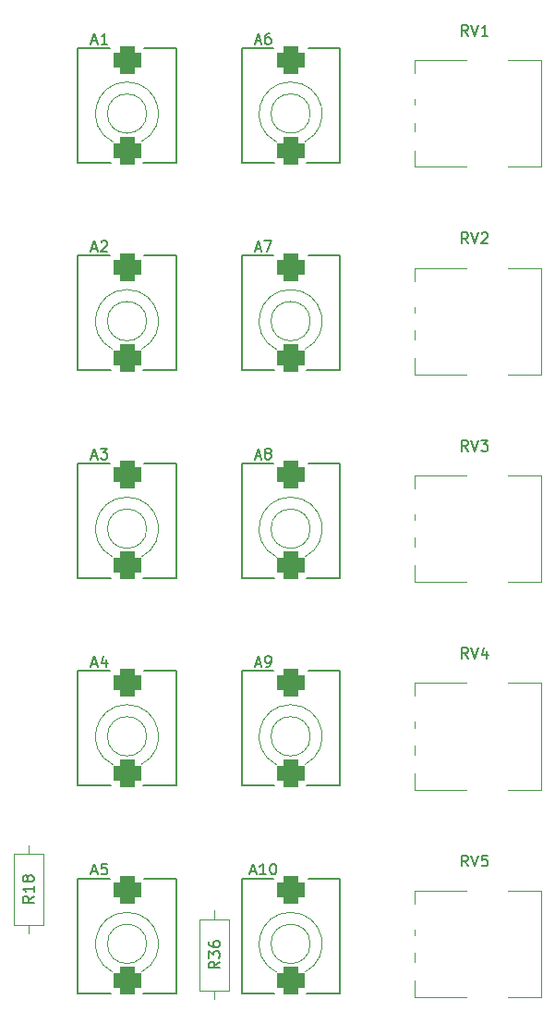
<source format=gto>
G04 #@! TF.GenerationSoftware,KiCad,Pcbnew,(6.0.4)*
G04 #@! TF.CreationDate,2023-11-12T14:02:13+01:00*
G04 #@! TF.ProjectId,Mixer_FRONT,4d697865-725f-4465-924f-4e542e6b6963,rev?*
G04 #@! TF.SameCoordinates,Original*
G04 #@! TF.FileFunction,Legend,Top*
G04 #@! TF.FilePolarity,Positive*
%FSLAX46Y46*%
G04 Gerber Fmt 4.6, Leading zero omitted, Abs format (unit mm)*
G04 Created by KiCad (PCBNEW (6.0.4)) date 2023-11-12 14:02:13*
%MOMM*%
%LPD*%
G01*
G04 APERTURE LIST*
G04 Aperture macros list*
%AMRoundRect*
0 Rectangle with rounded corners*
0 $1 Rounding radius*
0 $2 $3 $4 $5 $6 $7 $8 $9 X,Y pos of 4 corners*
0 Add a 4 corners polygon primitive as box body*
4,1,4,$2,$3,$4,$5,$6,$7,$8,$9,$2,$3,0*
0 Add four circle primitives for the rounded corners*
1,1,$1+$1,$2,$3*
1,1,$1+$1,$4,$5*
1,1,$1+$1,$6,$7*
1,1,$1+$1,$8,$9*
0 Add four rect primitives between the rounded corners*
20,1,$1+$1,$2,$3,$4,$5,0*
20,1,$1+$1,$4,$5,$6,$7,0*
20,1,$1+$1,$6,$7,$8,$9,0*
20,1,$1+$1,$8,$9,$2,$3,0*%
G04 Aperture macros list end*
%ADD10C,0.150000*%
%ADD11C,0.120000*%
%ADD12C,0.200000*%
%ADD13O,3.240000X2.720000*%
%ADD14R,1.800000X1.800000*%
%ADD15C,1.800000*%
%ADD16O,3.100000X2.300000*%
%ADD17RoundRect,0.650000X-0.650000X-0.650000X0.650000X-0.650000X0.650000X0.650000X-0.650000X0.650000X0*%
%ADD18C,3.200000*%
%ADD19C,1.600000*%
%ADD20O,1.600000X1.600000*%
%ADD21R,1.700000X1.700000*%
%ADD22O,1.700000X1.700000*%
G04 APERTURE END LIST*
D10*
X66279761Y-128892380D02*
X65946428Y-128416190D01*
X65708333Y-128892380D02*
X65708333Y-127892380D01*
X66089285Y-127892380D01*
X66184523Y-127940000D01*
X66232142Y-127987619D01*
X66279761Y-128082857D01*
X66279761Y-128225714D01*
X66232142Y-128320952D01*
X66184523Y-128368571D01*
X66089285Y-128416190D01*
X65708333Y-128416190D01*
X66565476Y-127892380D02*
X66898809Y-128892380D01*
X67232142Y-127892380D01*
X68041666Y-127892380D02*
X67565476Y-127892380D01*
X67517857Y-128368571D01*
X67565476Y-128320952D01*
X67660714Y-128273333D01*
X67898809Y-128273333D01*
X67994047Y-128320952D01*
X68041666Y-128368571D01*
X68089285Y-128463809D01*
X68089285Y-128701904D01*
X68041666Y-128797142D01*
X67994047Y-128844761D01*
X67898809Y-128892380D01*
X67660714Y-128892380D01*
X67565476Y-128844761D01*
X67517857Y-128797142D01*
X66279761Y-52892380D02*
X65946428Y-52416190D01*
X65708333Y-52892380D02*
X65708333Y-51892380D01*
X66089285Y-51892380D01*
X66184523Y-51940000D01*
X66232142Y-51987619D01*
X66279761Y-52082857D01*
X66279761Y-52225714D01*
X66232142Y-52320952D01*
X66184523Y-52368571D01*
X66089285Y-52416190D01*
X65708333Y-52416190D01*
X66565476Y-51892380D02*
X66898809Y-52892380D01*
X67232142Y-51892380D01*
X68089285Y-52892380D02*
X67517857Y-52892380D01*
X67803571Y-52892380D02*
X67803571Y-51892380D01*
X67708333Y-52035238D01*
X67613095Y-52130476D01*
X67517857Y-52178095D01*
X31785714Y-53366666D02*
X32261904Y-53366666D01*
X31690476Y-53652380D02*
X32023809Y-52652380D01*
X32357142Y-53652380D01*
X33214285Y-53652380D02*
X32642857Y-53652380D01*
X32928571Y-53652380D02*
X32928571Y-52652380D01*
X32833333Y-52795238D01*
X32738095Y-52890476D01*
X32642857Y-52938095D01*
X46785714Y-91366666D02*
X47261904Y-91366666D01*
X46690476Y-91652380D02*
X47023809Y-90652380D01*
X47357142Y-91652380D01*
X47833333Y-91080952D02*
X47738095Y-91033333D01*
X47690476Y-90985714D01*
X47642857Y-90890476D01*
X47642857Y-90842857D01*
X47690476Y-90747619D01*
X47738095Y-90700000D01*
X47833333Y-90652380D01*
X48023809Y-90652380D01*
X48119047Y-90700000D01*
X48166666Y-90747619D01*
X48214285Y-90842857D01*
X48214285Y-90890476D01*
X48166666Y-90985714D01*
X48119047Y-91033333D01*
X48023809Y-91080952D01*
X47833333Y-91080952D01*
X47738095Y-91128571D01*
X47690476Y-91176190D01*
X47642857Y-91271428D01*
X47642857Y-91461904D01*
X47690476Y-91557142D01*
X47738095Y-91604761D01*
X47833333Y-91652380D01*
X48023809Y-91652380D01*
X48119047Y-91604761D01*
X48166666Y-91557142D01*
X48214285Y-91461904D01*
X48214285Y-91271428D01*
X48166666Y-91176190D01*
X48119047Y-91128571D01*
X48023809Y-91080952D01*
X31785714Y-110366666D02*
X32261904Y-110366666D01*
X31690476Y-110652380D02*
X32023809Y-109652380D01*
X32357142Y-110652380D01*
X33119047Y-109985714D02*
X33119047Y-110652380D01*
X32880952Y-109604761D02*
X32642857Y-110319047D01*
X33261904Y-110319047D01*
X46785714Y-72366666D02*
X47261904Y-72366666D01*
X46690476Y-72652380D02*
X47023809Y-71652380D01*
X47357142Y-72652380D01*
X47595238Y-71652380D02*
X48261904Y-71652380D01*
X47833333Y-72652380D01*
X46785714Y-53366666D02*
X47261904Y-53366666D01*
X46690476Y-53652380D02*
X47023809Y-52652380D01*
X47357142Y-53652380D01*
X48119047Y-52652380D02*
X47928571Y-52652380D01*
X47833333Y-52700000D01*
X47785714Y-52747619D01*
X47690476Y-52890476D01*
X47642857Y-53080952D01*
X47642857Y-53461904D01*
X47690476Y-53557142D01*
X47738095Y-53604761D01*
X47833333Y-53652380D01*
X48023809Y-53652380D01*
X48119047Y-53604761D01*
X48166666Y-53557142D01*
X48214285Y-53461904D01*
X48214285Y-53223809D01*
X48166666Y-53128571D01*
X48119047Y-53080952D01*
X48023809Y-53033333D01*
X47833333Y-53033333D01*
X47738095Y-53080952D01*
X47690476Y-53128571D01*
X47642857Y-53223809D01*
X43507507Y-137629769D02*
X43031317Y-137963102D01*
X43507507Y-138201197D02*
X42507507Y-138201197D01*
X42507507Y-137820245D01*
X42555127Y-137725007D01*
X42602746Y-137677388D01*
X42697984Y-137629769D01*
X42840841Y-137629769D01*
X42936079Y-137677388D01*
X42983698Y-137725007D01*
X43031317Y-137820245D01*
X43031317Y-138201197D01*
X42507507Y-137296435D02*
X42507507Y-136677388D01*
X42888460Y-137010721D01*
X42888460Y-136867864D01*
X42936079Y-136772626D01*
X42983698Y-136725007D01*
X43078936Y-136677388D01*
X43317031Y-136677388D01*
X43412269Y-136725007D01*
X43459888Y-136772626D01*
X43507507Y-136867864D01*
X43507507Y-137153578D01*
X43459888Y-137248816D01*
X43412269Y-137296435D01*
X42507507Y-135820245D02*
X42507507Y-136010721D01*
X42555127Y-136105959D01*
X42602746Y-136153578D01*
X42745603Y-136248816D01*
X42936079Y-136296435D01*
X43317031Y-136296435D01*
X43412269Y-136248816D01*
X43459888Y-136201197D01*
X43507507Y-136105959D01*
X43507507Y-135915483D01*
X43459888Y-135820245D01*
X43412269Y-135772626D01*
X43317031Y-135725007D01*
X43078936Y-135725007D01*
X42983698Y-135772626D01*
X42936079Y-135820245D01*
X42888460Y-135915483D01*
X42888460Y-136105959D01*
X42936079Y-136201197D01*
X42983698Y-136248816D01*
X43078936Y-136296435D01*
X46785714Y-110366666D02*
X47261904Y-110366666D01*
X46690476Y-110652380D02*
X47023809Y-109652380D01*
X47357142Y-110652380D01*
X47738095Y-110652380D02*
X47928571Y-110652380D01*
X48023809Y-110604761D01*
X48071428Y-110557142D01*
X48166666Y-110414285D01*
X48214285Y-110223809D01*
X48214285Y-109842857D01*
X48166666Y-109747619D01*
X48119047Y-109700000D01*
X48023809Y-109652380D01*
X47833333Y-109652380D01*
X47738095Y-109700000D01*
X47690476Y-109747619D01*
X47642857Y-109842857D01*
X47642857Y-110080952D01*
X47690476Y-110176190D01*
X47738095Y-110223809D01*
X47833333Y-110271428D01*
X48023809Y-110271428D01*
X48119047Y-110223809D01*
X48166666Y-110176190D01*
X48214285Y-110080952D01*
X31785714Y-91366666D02*
X32261904Y-91366666D01*
X31690476Y-91652380D02*
X32023809Y-90652380D01*
X32357142Y-91652380D01*
X32595238Y-90652380D02*
X33214285Y-90652380D01*
X32880952Y-91033333D01*
X33023809Y-91033333D01*
X33119047Y-91080952D01*
X33166666Y-91128571D01*
X33214285Y-91223809D01*
X33214285Y-91461904D01*
X33166666Y-91557142D01*
X33119047Y-91604761D01*
X33023809Y-91652380D01*
X32738095Y-91652380D01*
X32642857Y-91604761D01*
X32595238Y-91557142D01*
X66279761Y-71892380D02*
X65946428Y-71416190D01*
X65708333Y-71892380D02*
X65708333Y-70892380D01*
X66089285Y-70892380D01*
X66184523Y-70940000D01*
X66232142Y-70987619D01*
X66279761Y-71082857D01*
X66279761Y-71225714D01*
X66232142Y-71320952D01*
X66184523Y-71368571D01*
X66089285Y-71416190D01*
X65708333Y-71416190D01*
X66565476Y-70892380D02*
X66898809Y-71892380D01*
X67232142Y-70892380D01*
X67517857Y-70987619D02*
X67565476Y-70940000D01*
X67660714Y-70892380D01*
X67898809Y-70892380D01*
X67994047Y-70940000D01*
X68041666Y-70987619D01*
X68089285Y-71082857D01*
X68089285Y-71178095D01*
X68041666Y-71320952D01*
X67470238Y-71892380D01*
X68089285Y-71892380D01*
X66279761Y-90892380D02*
X65946428Y-90416190D01*
X65708333Y-90892380D02*
X65708333Y-89892380D01*
X66089285Y-89892380D01*
X66184523Y-89940000D01*
X66232142Y-89987619D01*
X66279761Y-90082857D01*
X66279761Y-90225714D01*
X66232142Y-90320952D01*
X66184523Y-90368571D01*
X66089285Y-90416190D01*
X65708333Y-90416190D01*
X66565476Y-89892380D02*
X66898809Y-90892380D01*
X67232142Y-89892380D01*
X67470238Y-89892380D02*
X68089285Y-89892380D01*
X67755952Y-90273333D01*
X67898809Y-90273333D01*
X67994047Y-90320952D01*
X68041666Y-90368571D01*
X68089285Y-90463809D01*
X68089285Y-90701904D01*
X68041666Y-90797142D01*
X67994047Y-90844761D01*
X67898809Y-90892380D01*
X67613095Y-90892380D01*
X67517857Y-90844761D01*
X67470238Y-90797142D01*
X66279761Y-109892380D02*
X65946428Y-109416190D01*
X65708333Y-109892380D02*
X65708333Y-108892380D01*
X66089285Y-108892380D01*
X66184523Y-108940000D01*
X66232142Y-108987619D01*
X66279761Y-109082857D01*
X66279761Y-109225714D01*
X66232142Y-109320952D01*
X66184523Y-109368571D01*
X66089285Y-109416190D01*
X65708333Y-109416190D01*
X66565476Y-108892380D02*
X66898809Y-109892380D01*
X67232142Y-108892380D01*
X67994047Y-109225714D02*
X67994047Y-109892380D01*
X67755952Y-108844761D02*
X67517857Y-109559047D01*
X68136904Y-109559047D01*
X26452380Y-131642857D02*
X25976190Y-131976190D01*
X26452380Y-132214285D02*
X25452380Y-132214285D01*
X25452380Y-131833333D01*
X25500000Y-131738095D01*
X25547619Y-131690476D01*
X25642857Y-131642857D01*
X25785714Y-131642857D01*
X25880952Y-131690476D01*
X25928571Y-131738095D01*
X25976190Y-131833333D01*
X25976190Y-132214285D01*
X26452380Y-130690476D02*
X26452380Y-131261904D01*
X26452380Y-130976190D02*
X25452380Y-130976190D01*
X25595238Y-131071428D01*
X25690476Y-131166666D01*
X25738095Y-131261904D01*
X25880952Y-130119047D02*
X25833333Y-130214285D01*
X25785714Y-130261904D01*
X25690476Y-130309523D01*
X25642857Y-130309523D01*
X25547619Y-130261904D01*
X25500000Y-130214285D01*
X25452380Y-130119047D01*
X25452380Y-129928571D01*
X25500000Y-129833333D01*
X25547619Y-129785714D01*
X25642857Y-129738095D01*
X25690476Y-129738095D01*
X25785714Y-129785714D01*
X25833333Y-129833333D01*
X25880952Y-129928571D01*
X25880952Y-130119047D01*
X25928571Y-130214285D01*
X25976190Y-130261904D01*
X26071428Y-130309523D01*
X26261904Y-130309523D01*
X26357142Y-130261904D01*
X26404761Y-130214285D01*
X26452380Y-130119047D01*
X26452380Y-129928571D01*
X26404761Y-129833333D01*
X26357142Y-129785714D01*
X26261904Y-129738095D01*
X26071428Y-129738095D01*
X25976190Y-129785714D01*
X25928571Y-129833333D01*
X25880952Y-129928571D01*
X46309523Y-129366666D02*
X46785714Y-129366666D01*
X46214285Y-129652380D02*
X46547619Y-128652380D01*
X46880952Y-129652380D01*
X47738095Y-129652380D02*
X47166666Y-129652380D01*
X47452380Y-129652380D02*
X47452380Y-128652380D01*
X47357142Y-128795238D01*
X47261904Y-128890476D01*
X47166666Y-128938095D01*
X48357142Y-128652380D02*
X48452380Y-128652380D01*
X48547619Y-128700000D01*
X48595238Y-128747619D01*
X48642857Y-128842857D01*
X48690476Y-129033333D01*
X48690476Y-129271428D01*
X48642857Y-129461904D01*
X48595238Y-129557142D01*
X48547619Y-129604761D01*
X48452380Y-129652380D01*
X48357142Y-129652380D01*
X48261904Y-129604761D01*
X48214285Y-129557142D01*
X48166666Y-129461904D01*
X48119047Y-129271428D01*
X48119047Y-129033333D01*
X48166666Y-128842857D01*
X48214285Y-128747619D01*
X48261904Y-128700000D01*
X48357142Y-128652380D01*
X31785714Y-72366666D02*
X32261904Y-72366666D01*
X31690476Y-72652380D02*
X32023809Y-71652380D01*
X32357142Y-72652380D01*
X32642857Y-71747619D02*
X32690476Y-71700000D01*
X32785714Y-71652380D01*
X33023809Y-71652380D01*
X33119047Y-71700000D01*
X33166666Y-71747619D01*
X33214285Y-71842857D01*
X33214285Y-71938095D01*
X33166666Y-72080952D01*
X32595238Y-72652380D01*
X33214285Y-72652380D01*
X31785714Y-129366666D02*
X32261904Y-129366666D01*
X31690476Y-129652380D02*
X32023809Y-128652380D01*
X32357142Y-129652380D01*
X33166666Y-128652380D02*
X32690476Y-128652380D01*
X32642857Y-129128571D01*
X32690476Y-129080952D01*
X32785714Y-129033333D01*
X33023809Y-129033333D01*
X33119047Y-129080952D01*
X33166666Y-129128571D01*
X33214285Y-129223809D01*
X33214285Y-129461904D01*
X33166666Y-129557142D01*
X33119047Y-129604761D01*
X33023809Y-129652380D01*
X32785714Y-129652380D01*
X32690476Y-129604761D01*
X32642857Y-129557142D01*
D11*
X61405000Y-140870000D02*
X66125000Y-140870000D01*
X61405000Y-135210000D02*
X61405000Y-134680000D01*
X72995000Y-140870000D02*
X72995000Y-131130000D01*
X69935000Y-140870000D02*
X72995000Y-140870000D01*
X61405000Y-137660000D02*
X61405000Y-136830000D01*
X61405000Y-140870000D02*
X61405000Y-139380000D01*
X69935000Y-131130000D02*
X72995000Y-131130000D01*
X61405000Y-132310000D02*
X61405000Y-131130000D01*
X61405000Y-131130000D02*
X66125000Y-131130000D01*
X69935000Y-64870000D02*
X72995000Y-64870000D01*
X61405000Y-64870000D02*
X61405000Y-63380000D01*
X72995000Y-64870000D02*
X72995000Y-55130000D01*
X61405000Y-59210000D02*
X61405000Y-58680000D01*
X69935000Y-55130000D02*
X72995000Y-55130000D01*
X61405000Y-61660000D02*
X61405000Y-60830000D01*
X61405000Y-55130000D02*
X66125000Y-55130000D01*
X61405000Y-56310000D02*
X61405000Y-55130000D01*
X61405000Y-64870000D02*
X66125000Y-64870000D01*
D12*
X36500000Y-64500000D02*
X39500000Y-64500000D01*
X30500000Y-54000000D02*
X33400000Y-54000000D01*
X36600000Y-54000000D02*
X39500000Y-54000000D01*
X39500000Y-64500000D02*
X39500000Y-54000000D01*
X30500000Y-64500000D02*
X30500000Y-54000000D01*
X30500000Y-64500000D02*
X33500000Y-64500000D01*
D11*
X35000000Y-57104999D02*
G75*
G03*
X33703737Y-62588577I0J-2895001D01*
G01*
X36296263Y-62588576D02*
G75*
G03*
X35000000Y-57105000I-1296263J2588576D01*
G01*
X36800000Y-60000000D02*
G75*
G03*
X36800000Y-60000000I-1800000J0D01*
G01*
D12*
X45500000Y-92000000D02*
X48400000Y-92000000D01*
X51600000Y-92000000D02*
X54500000Y-92000000D01*
X45500000Y-102500000D02*
X48500000Y-102500000D01*
X45500000Y-102500000D02*
X45500000Y-92000000D01*
X54500000Y-102500000D02*
X54500000Y-92000000D01*
X51500000Y-102500000D02*
X54500000Y-102500000D01*
D11*
X51296263Y-100588576D02*
G75*
G03*
X50000000Y-95105000I-1296263J2588576D01*
G01*
X50000000Y-95104999D02*
G75*
G03*
X48703737Y-100588577I0J-2895001D01*
G01*
X51800000Y-98000000D02*
G75*
G03*
X51800000Y-98000000I-1800000J0D01*
G01*
D12*
X39500000Y-121500000D02*
X39500000Y-111000000D01*
X36600000Y-111000000D02*
X39500000Y-111000000D01*
X30500000Y-111000000D02*
X33400000Y-111000000D01*
X30500000Y-121500000D02*
X30500000Y-111000000D01*
X36500000Y-121500000D02*
X39500000Y-121500000D01*
X30500000Y-121500000D02*
X33500000Y-121500000D01*
D11*
X35000000Y-114104999D02*
G75*
G03*
X33703737Y-119588577I0J-2895001D01*
G01*
X36296263Y-119588576D02*
G75*
G03*
X35000000Y-114105000I-1296263J2588576D01*
G01*
X36800000Y-117000000D02*
G75*
G03*
X36800000Y-117000000I-1800000J0D01*
G01*
D12*
X54500000Y-83500000D02*
X54500000Y-73000000D01*
X51500000Y-83500000D02*
X54500000Y-83500000D01*
X45500000Y-83500000D02*
X45500000Y-73000000D01*
X45500000Y-83500000D02*
X48500000Y-83500000D01*
X51600000Y-73000000D02*
X54500000Y-73000000D01*
X45500000Y-73000000D02*
X48400000Y-73000000D01*
D11*
X50000000Y-76104999D02*
G75*
G03*
X48703737Y-81588577I0J-2895001D01*
G01*
X51296263Y-81588576D02*
G75*
G03*
X50000000Y-76105000I-1296263J2588576D01*
G01*
X51800000Y-79000000D02*
G75*
G03*
X51800000Y-79000000I-1800000J0D01*
G01*
D12*
X51600000Y-54000000D02*
X54500000Y-54000000D01*
X54500000Y-64500000D02*
X54500000Y-54000000D01*
X45500000Y-64500000D02*
X48500000Y-64500000D01*
X45500000Y-54000000D02*
X48400000Y-54000000D01*
X51500000Y-64500000D02*
X54500000Y-64500000D01*
X45500000Y-64500000D02*
X45500000Y-54000000D01*
D11*
X51296263Y-62588576D02*
G75*
G03*
X50000000Y-57105000I-1296263J2588576D01*
G01*
X50000000Y-57104999D02*
G75*
G03*
X48703737Y-62588577I0J-2895001D01*
G01*
X51800000Y-60000000D02*
G75*
G03*
X51800000Y-60000000I-1800000J0D01*
G01*
X41630000Y-133730000D02*
X41630000Y-140270000D01*
X44370000Y-133730000D02*
X41630000Y-133730000D01*
X41630000Y-140270000D02*
X44370000Y-140270000D01*
X43000000Y-141040000D02*
X43000000Y-140270000D01*
X43000000Y-132960000D02*
X43000000Y-133730000D01*
X44370000Y-140270000D02*
X44370000Y-133730000D01*
D12*
X45500000Y-121500000D02*
X48500000Y-121500000D01*
X54500000Y-121500000D02*
X54500000Y-111000000D01*
X51600000Y-111000000D02*
X54500000Y-111000000D01*
X51500000Y-121500000D02*
X54500000Y-121500000D01*
X45500000Y-121500000D02*
X45500000Y-111000000D01*
X45500000Y-111000000D02*
X48400000Y-111000000D01*
D11*
X51296263Y-119588576D02*
G75*
G03*
X50000000Y-114105000I-1296263J2588576D01*
G01*
X50000000Y-114104999D02*
G75*
G03*
X48703737Y-119588577I0J-2895001D01*
G01*
X51800000Y-117000000D02*
G75*
G03*
X51800000Y-117000000I-1800000J0D01*
G01*
D12*
X30500000Y-102500000D02*
X30500000Y-92000000D01*
X39500000Y-102500000D02*
X39500000Y-92000000D01*
X30500000Y-102500000D02*
X33500000Y-102500000D01*
X36600000Y-92000000D02*
X39500000Y-92000000D01*
X30500000Y-92000000D02*
X33400000Y-92000000D01*
X36500000Y-102500000D02*
X39500000Y-102500000D01*
D11*
X35000000Y-95104999D02*
G75*
G03*
X33703737Y-100588577I0J-2895001D01*
G01*
X36296263Y-100588576D02*
G75*
G03*
X35000000Y-95105000I-1296263J2588576D01*
G01*
X36800000Y-98000000D02*
G75*
G03*
X36800000Y-98000000I-1800000J0D01*
G01*
X61405000Y-75310000D02*
X61405000Y-74130000D01*
X61405000Y-83870000D02*
X66125000Y-83870000D01*
X61405000Y-74130000D02*
X66125000Y-74130000D01*
X61405000Y-78210000D02*
X61405000Y-77680000D01*
X69935000Y-83870000D02*
X72995000Y-83870000D01*
X61405000Y-80660000D02*
X61405000Y-79830000D01*
X72995000Y-83870000D02*
X72995000Y-74130000D01*
X61405000Y-83870000D02*
X61405000Y-82380000D01*
X69935000Y-74130000D02*
X72995000Y-74130000D01*
X69935000Y-102870000D02*
X72995000Y-102870000D01*
X72995000Y-102870000D02*
X72995000Y-93130000D01*
X61405000Y-94310000D02*
X61405000Y-93130000D01*
X61405000Y-99660000D02*
X61405000Y-98830000D01*
X61405000Y-93130000D02*
X66125000Y-93130000D01*
X61405000Y-97210000D02*
X61405000Y-96680000D01*
X61405000Y-102870000D02*
X66125000Y-102870000D01*
X61405000Y-102870000D02*
X61405000Y-101380000D01*
X69935000Y-93130000D02*
X72995000Y-93130000D01*
X61405000Y-118660000D02*
X61405000Y-117830000D01*
X72995000Y-121870000D02*
X72995000Y-112130000D01*
X61405000Y-112130000D02*
X66125000Y-112130000D01*
X61405000Y-121870000D02*
X61405000Y-120380000D01*
X69935000Y-121870000D02*
X72995000Y-121870000D01*
X69935000Y-112130000D02*
X72995000Y-112130000D01*
X61405000Y-116210000D02*
X61405000Y-115680000D01*
X61405000Y-121870000D02*
X66125000Y-121870000D01*
X61405000Y-113310000D02*
X61405000Y-112130000D01*
X26000000Y-135040000D02*
X26000000Y-134270000D01*
X26000000Y-126960000D02*
X26000000Y-127730000D01*
X24630000Y-127730000D02*
X24630000Y-134270000D01*
X24630000Y-134270000D02*
X27370000Y-134270000D01*
X27370000Y-127730000D02*
X24630000Y-127730000D01*
X27370000Y-134270000D02*
X27370000Y-127730000D01*
D12*
X51500000Y-140500000D02*
X54500000Y-140500000D01*
X45500000Y-140500000D02*
X45500000Y-130000000D01*
X45500000Y-140500000D02*
X48500000Y-140500000D01*
X54500000Y-140500000D02*
X54500000Y-130000000D01*
X45500000Y-130000000D02*
X48400000Y-130000000D01*
X51600000Y-130000000D02*
X54500000Y-130000000D01*
D11*
X50000000Y-133104999D02*
G75*
G03*
X48703737Y-138588577I0J-2895001D01*
G01*
X51296263Y-138588576D02*
G75*
G03*
X50000000Y-133105000I-1296263J2588576D01*
G01*
X51800000Y-136000000D02*
G75*
G03*
X51800000Y-136000000I-1800000J0D01*
G01*
D12*
X36500000Y-83500000D02*
X39500000Y-83500000D01*
X30500000Y-83500000D02*
X30500000Y-73000000D01*
X30500000Y-83500000D02*
X33500000Y-83500000D01*
X30500000Y-73000000D02*
X33400000Y-73000000D01*
X36600000Y-73000000D02*
X39500000Y-73000000D01*
X39500000Y-83500000D02*
X39500000Y-73000000D01*
D11*
X36296263Y-81588576D02*
G75*
G03*
X35000000Y-76105000I-1296263J2588576D01*
G01*
X35000000Y-76104999D02*
G75*
G03*
X33703737Y-81588577I0J-2895001D01*
G01*
X36800000Y-79000000D02*
G75*
G03*
X36800000Y-79000000I-1800000J0D01*
G01*
D12*
X39500000Y-140500000D02*
X39500000Y-130000000D01*
X36600000Y-130000000D02*
X39500000Y-130000000D01*
X30500000Y-140500000D02*
X30500000Y-130000000D01*
X30500000Y-140500000D02*
X33500000Y-140500000D01*
X30500000Y-130000000D02*
X33400000Y-130000000D01*
X36500000Y-140500000D02*
X39500000Y-140500000D01*
D11*
X36296263Y-138588576D02*
G75*
G03*
X35000000Y-133105000I-1296263J2588576D01*
G01*
X35000000Y-133104999D02*
G75*
G03*
X33703737Y-138588577I0J-2895001D01*
G01*
X36800000Y-136000000D02*
G75*
G03*
X36800000Y-136000000I-1800000J0D01*
G01*
%LPC*%
D13*
X68025000Y-131250000D03*
X68025000Y-140750000D03*
D14*
X60525000Y-133500000D03*
D15*
X60525000Y-136000000D03*
X60525000Y-138500000D03*
X58025000Y-133500000D03*
X58025000Y-136000000D03*
X58025000Y-138500000D03*
D13*
X68025000Y-64750000D03*
X68025000Y-55250000D03*
D14*
X60525000Y-57500000D03*
D15*
X60525000Y-60000000D03*
X60525000Y-62500000D03*
X58025000Y-57500000D03*
X58025000Y-60000000D03*
X58025000Y-62500000D03*
D16*
X35000000Y-66480000D03*
D17*
X35000000Y-55080000D03*
X35000000Y-63380000D03*
D18*
X28000000Y-68000000D03*
D16*
X50000000Y-104480000D03*
D17*
X50000000Y-93080000D03*
X50000000Y-101380000D03*
D16*
X35000000Y-123480000D03*
D17*
X35000000Y-112080000D03*
X35000000Y-120380000D03*
D16*
X50000000Y-85480000D03*
D17*
X50000000Y-74080000D03*
X50000000Y-82380000D03*
D18*
X78000000Y-125000000D03*
D16*
X50000000Y-66480000D03*
D17*
X50000000Y-55080000D03*
X50000000Y-63380000D03*
D19*
X43000000Y-142080000D03*
D20*
X43000000Y-131920000D03*
D16*
X50000000Y-123480000D03*
D17*
X50000000Y-112080000D03*
X50000000Y-120380000D03*
D16*
X35000000Y-104480000D03*
D17*
X35000000Y-93080000D03*
X35000000Y-101380000D03*
D13*
X68025000Y-83750000D03*
X68025000Y-74250000D03*
D14*
X60525000Y-76500000D03*
D15*
X60525000Y-79000000D03*
X60525000Y-81500000D03*
X58025000Y-76500000D03*
X58025000Y-79000000D03*
X58025000Y-81500000D03*
D13*
X68025000Y-93250000D03*
X68025000Y-102750000D03*
D14*
X60525000Y-95500000D03*
D15*
X60525000Y-98000000D03*
X60525000Y-100500000D03*
X58025000Y-95500000D03*
X58025000Y-98000000D03*
X58025000Y-100500000D03*
D13*
X68025000Y-112250000D03*
X68025000Y-121750000D03*
D14*
X60525000Y-114500000D03*
D15*
X60525000Y-117000000D03*
X60525000Y-119500000D03*
X58025000Y-114500000D03*
X58025000Y-117000000D03*
X58025000Y-119500000D03*
D19*
X26000000Y-136080000D03*
D20*
X26000000Y-125920000D03*
D16*
X50000000Y-142480000D03*
D17*
X50000000Y-131080000D03*
X50000000Y-139380000D03*
D16*
X35000000Y-85480000D03*
D17*
X35000000Y-74080000D03*
X35000000Y-82380000D03*
D16*
X35000000Y-142480000D03*
D17*
X35000000Y-131080000D03*
X35000000Y-139380000D03*
D21*
X26000000Y-100000000D03*
D22*
X26000000Y-102540000D03*
D21*
X26000000Y-75000000D03*
D22*
X28540000Y-75000000D03*
D21*
X80000000Y-79000000D03*
D22*
X80000000Y-81540000D03*
X80000000Y-84080000D03*
X80000000Y-86620000D03*
X80000000Y-89160000D03*
X80000000Y-91700000D03*
D21*
X26000000Y-116000000D03*
D22*
X26000000Y-118540000D03*
D21*
X80000000Y-57540000D03*
D22*
X80000000Y-55000000D03*
D21*
X26000000Y-55000000D03*
D22*
X26000000Y-57540000D03*
D21*
X31475000Y-146025000D03*
D22*
X34015000Y-146025000D03*
X36555000Y-146025000D03*
D21*
X80000000Y-118540000D03*
D22*
X80000000Y-116000000D03*
D21*
X80000000Y-72540000D03*
D22*
X80000000Y-70000000D03*
D21*
X26000000Y-140460000D03*
D22*
X26000000Y-143000000D03*
D21*
X26000000Y-79000000D03*
D22*
X26000000Y-81540000D03*
X26000000Y-84080000D03*
X26000000Y-86620000D03*
X26000000Y-89160000D03*
X26000000Y-91700000D03*
D21*
X48000000Y-146000000D03*
D22*
X50540000Y-146000000D03*
X53080000Y-146000000D03*
D21*
X41000000Y-146000000D03*
D22*
X43540000Y-146000000D03*
D21*
X80000000Y-102540000D03*
D22*
X80000000Y-100000000D03*
M02*

</source>
